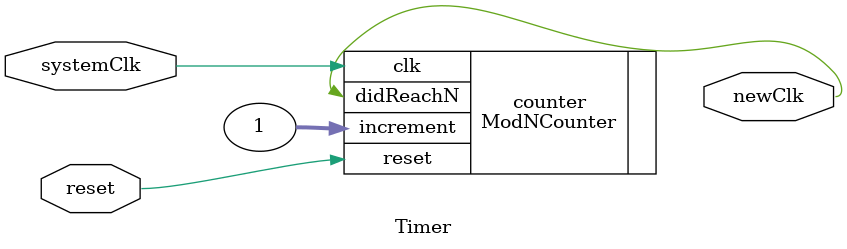
<source format=v>
`timescale 1ns / 1ps

/**
 * Outputs a slower clock signal at the frequency specified by the parameter
 */

module Timer
#(
    parameter INPUT_FREQ = 100e6, // 100 MHz
    parameter OUTPUT_FREQ = 300   // 300 Hz
)
(
    input systemClk,            // Input clock signal
    input reset,                // Reset signal
    output newClk               // Output clock signal
);

// Counter to slow down the system clock
localparam HALF_CYCLE_COUNT = (INPUT_FREQ / OUTPUT_FREQ) / 2;
ModNCounter #(HALF_CYCLE_COUNT) counter (
    .clk(systemClk),
    .increment(1),
    .reset(reset),
    .didReachN(newClk)
);

endmodule

</source>
